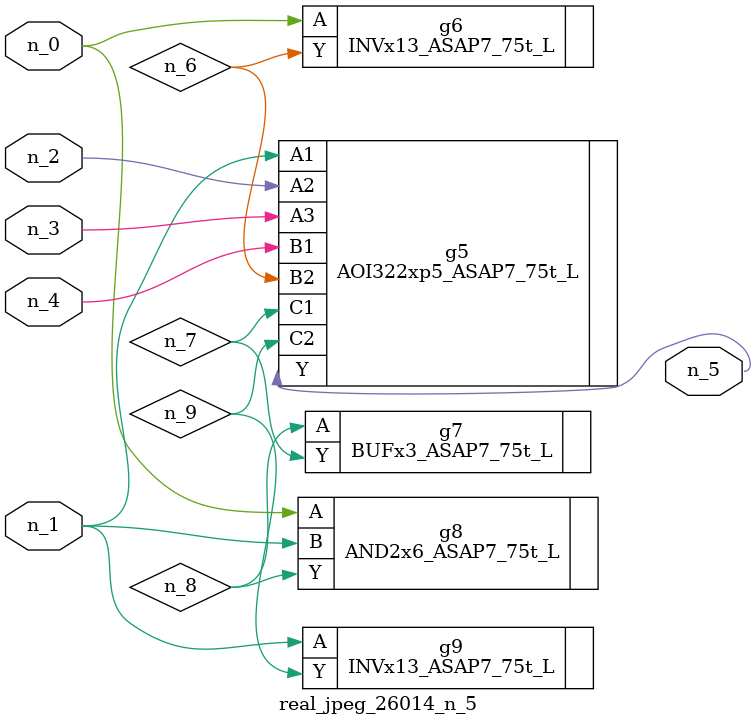
<source format=v>
module real_jpeg_26014_n_5 (n_4, n_0, n_1, n_2, n_3, n_5);

input n_4;
input n_0;
input n_1;
input n_2;
input n_3;

output n_5;

wire n_8;
wire n_6;
wire n_7;
wire n_9;

INVx13_ASAP7_75t_L g6 ( 
.A(n_0),
.Y(n_6)
);

AND2x6_ASAP7_75t_L g8 ( 
.A(n_0),
.B(n_1),
.Y(n_8)
);

AOI322xp5_ASAP7_75t_L g5 ( 
.A1(n_1),
.A2(n_2),
.A3(n_3),
.B1(n_4),
.B2(n_6),
.C1(n_7),
.C2(n_9),
.Y(n_5)
);

INVx13_ASAP7_75t_L g9 ( 
.A(n_1),
.Y(n_9)
);

BUFx3_ASAP7_75t_L g7 ( 
.A(n_8),
.Y(n_7)
);


endmodule
</source>
